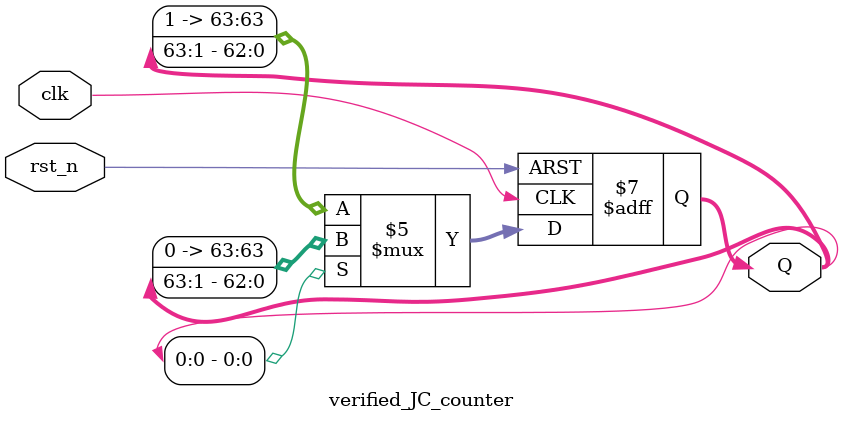
<source format=v>
`timescale 1ns/1ns

module verified_JC_counter(
   input                clk ,
   input                rst_n,
 
   output reg [63:0]     Q  
);
    always@(posedge clk or negedge rst_n)begin
        if(!rst_n) Q <= 'd0;
        else if(!Q[0]) Q <= {1'b1, Q[63 : 1]};
        else Q <= {1'b0, Q[63 : 1]};
    end
endmodule

</source>
